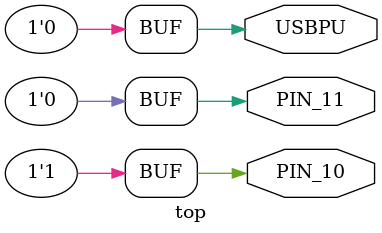
<source format=v>
module top (
    output USBPU,
    output PIN_10,
    output PIN_11
);
    assign USBPU = 0;
    assign PIN_10 = 1;
    assign PIN_11 = 0;
endmodule

</source>
